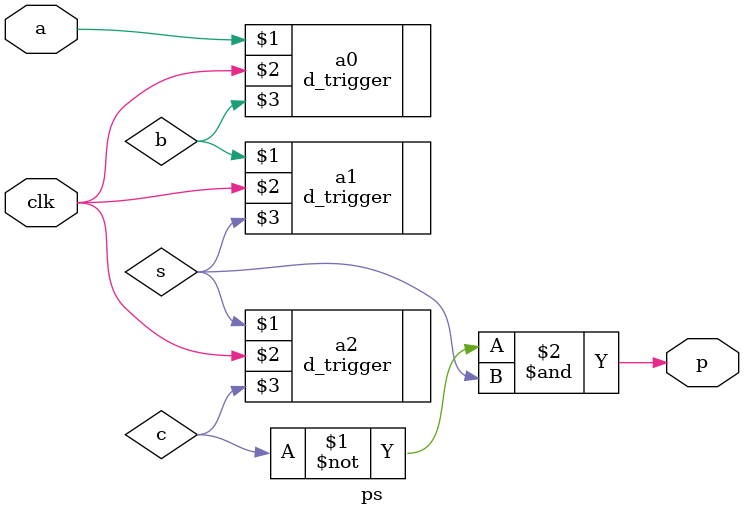
<source format=v>
`timescale 1ns / 1ps


module ps(
    input a,
    input clk,
    output p
    );
    wire b;
    wire c;
    wire s;
    d_trigger a0(a,clk,b);
    d_trigger a1(b,clk,s);
    d_trigger a2(s,clk,c);
    assign p = (~c)&s;
endmodule

</source>
